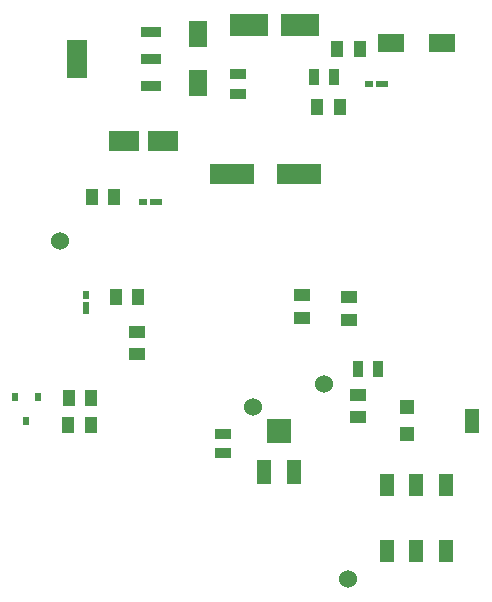
<source format=gtp>
G04*
G04 #@! TF.GenerationSoftware,Altium Limited,Altium Designer,20.2.7 (254)*
G04*
G04 Layer_Color=8421504*
%FSAX25Y25*%
%MOIN*%
G70*
G04*
G04 #@! TF.SameCoordinates,1B070C9D-936C-4A0F-866C-AF898DE0267E*
G04*
G04*
G04 #@! TF.FilePolarity,Positive*
G04*
G01*
G75*
%ADD16R,0.02362X0.02756*%
%ADD17R,0.03937X0.05709*%
%ADD18R,0.02756X0.01968*%
%ADD19R,0.04134X0.01968*%
%ADD20R,0.05118X0.07874*%
%ADD21R,0.07874X0.07874*%
%ADD22R,0.03583X0.05472*%
%ADD23R,0.05709X0.03937*%
%ADD24R,0.05118X0.05118*%
%ADD25R,0.05472X0.03583*%
%ADD26R,0.04724X0.07677*%
%ADD27R,0.06890X0.03740*%
%ADD28R,0.06890X0.12598*%
%ADD29R,0.05906X0.08858*%
%ADD30R,0.01968X0.02756*%
%ADD31R,0.01968X0.04134*%
%ADD32R,0.10236X0.07087*%
%ADD33R,0.14567X0.07087*%
%ADD34R,0.09055X0.06102*%
%ADD35R,0.12598X0.07284*%
%ADD36C,0.06000*%
D16*
X0013352Y0068701D02*
D03*
X0009612Y0076575D02*
D03*
X0017093D02*
D03*
D17*
X0035141Y0143307D02*
D03*
X0042621D02*
D03*
X0034843Y0076378D02*
D03*
X0027362D02*
D03*
X0034727Y0067306D02*
D03*
X0027247D02*
D03*
X0043077Y0110039D02*
D03*
X0050557D02*
D03*
X0117818Y0173228D02*
D03*
X0110338D02*
D03*
X0116912Y0192717D02*
D03*
X0124393D02*
D03*
D18*
X0052185Y0141732D02*
D03*
X0127382Y0180905D02*
D03*
D19*
X0056575Y0141732D02*
D03*
X0131772Y0180905D02*
D03*
D20*
X0102362Y0051690D02*
D03*
X0092362D02*
D03*
X0161973Y0068701D02*
D03*
D21*
X0097362Y0065391D02*
D03*
D22*
X0109272Y0183186D02*
D03*
X0115728D02*
D03*
X0130394Y0085925D02*
D03*
X0123937D02*
D03*
D23*
X0123917Y0069882D02*
D03*
Y0077362D02*
D03*
X0050295Y0098425D02*
D03*
Y0090945D02*
D03*
X0120768Y0102362D02*
D03*
Y0109843D02*
D03*
X0105118Y0103051D02*
D03*
Y0110531D02*
D03*
D24*
X0140320Y0073228D02*
D03*
Y0064173D02*
D03*
D25*
X0083858Y0184151D02*
D03*
Y0177694D02*
D03*
X0078740Y0057795D02*
D03*
Y0064252D02*
D03*
D26*
X0133366Y0047343D02*
D03*
X0143209D02*
D03*
X0153051D02*
D03*
X0133366Y0025098D02*
D03*
X0143209D02*
D03*
X0153051D02*
D03*
D27*
X0054921Y0180315D02*
D03*
Y0189370D02*
D03*
Y0198425D02*
D03*
D28*
X0030118Y0189370D02*
D03*
D29*
X0070472Y0197441D02*
D03*
Y0181299D02*
D03*
D30*
X0033316Y0110610D02*
D03*
D31*
Y0106220D02*
D03*
D32*
X0045768Y0162008D02*
D03*
X0058760D02*
D03*
D33*
X0081890Y0150869D02*
D03*
X0104331D02*
D03*
D34*
X0151738Y0194446D02*
D03*
X0134809D02*
D03*
D35*
X0104494Y0200526D02*
D03*
X0087565D02*
D03*
D36*
X0024412Y0128743D02*
D03*
X0088967Y0073265D02*
D03*
X0112519Y0080985D02*
D03*
X0120669Y0016043D02*
D03*
M02*

</source>
